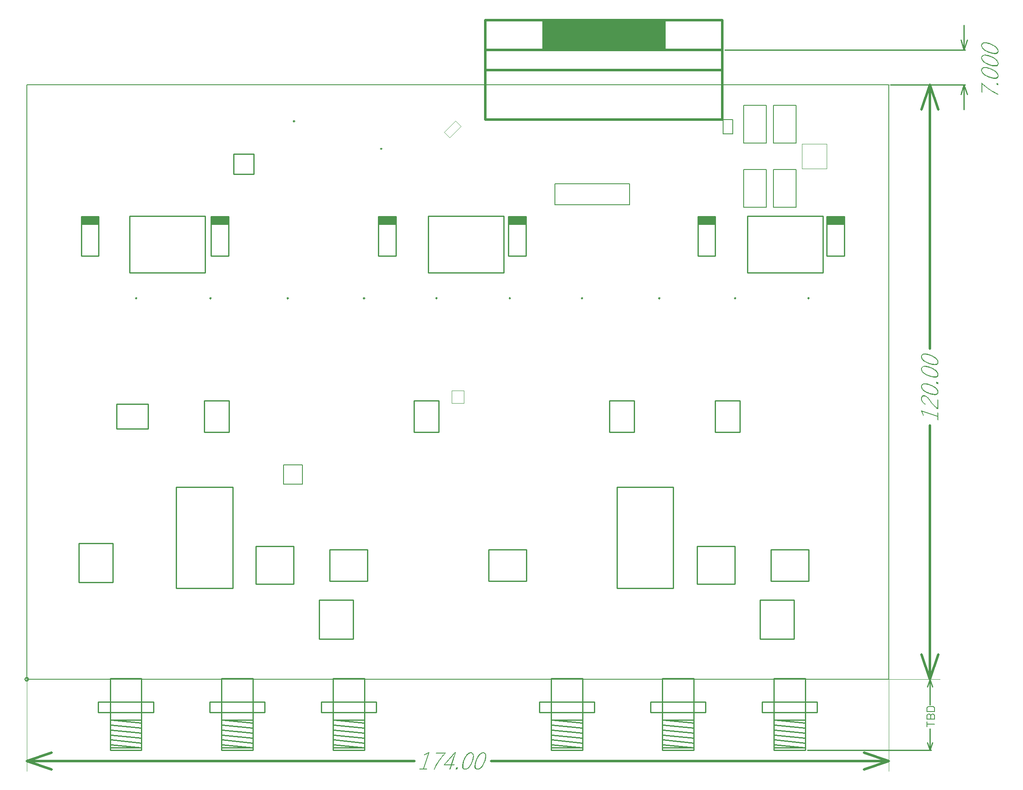
<source format=gm1>
G04*
G04 #@! TF.GenerationSoftware,Altium Limited,Altium Designer,19.1.8 (144)*
G04*
G04 Layer_Color=16711935*
%FSLAX44Y44*%
%MOMM*%
G71*
G01*
G75*
%ADD10C,0.2000*%
%ADD11C,0.2540*%
%ADD12C,0.2500*%
%ADD14C,0.5000*%
%ADD104C,0.1000*%
%ADD118C,0.5080*%
%ADD119C,0.1524*%
%ADD120R,25.0000X6.0000*%
%ADD121R,3.5000X1.6600*%
G36*
X1065995Y754971D02*
X1067106Y754860D01*
X1068273Y754693D01*
X1069551Y754416D01*
X1070939Y754082D01*
X1072439Y753638D01*
X1073995Y753138D01*
X1074106Y753082D01*
X1074383Y752971D01*
X1074883Y752805D01*
X1075550Y752582D01*
X1076328Y752249D01*
X1077216Y751860D01*
X1078216Y751471D01*
X1079272Y750972D01*
X1081549Y749861D01*
X1083883Y748527D01*
X1084994Y747805D01*
X1086049Y747083D01*
X1087049Y746305D01*
X1087938Y745472D01*
X1087993Y745416D01*
X1088104Y745305D01*
X1088271Y745083D01*
X1088493Y744806D01*
X1088826Y744472D01*
X1089104Y744028D01*
X1089437Y743583D01*
X1089771Y743028D01*
X1090493Y741861D01*
X1091048Y740473D01*
X1091326Y739695D01*
X1091493Y738973D01*
X1091604Y738195D01*
X1091659Y737362D01*
Y737140D01*
X1091604Y736917D01*
Y736584D01*
X1091493Y736195D01*
X1091382Y735751D01*
X1091271Y735251D01*
X1091048Y734751D01*
X1090771Y734251D01*
X1090493Y733751D01*
X1090104Y733251D01*
X1089604Y732807D01*
X1089049Y732362D01*
X1088438Y732029D01*
X1087660Y731751D01*
X1086827Y731529D01*
X1086771D01*
X1086604Y731473D01*
X1086382D01*
X1085993Y731418D01*
X1085549D01*
X1084994D01*
X1084327D01*
X1083549Y731473D01*
X1082716Y731529D01*
X1081772Y731640D01*
X1080716Y731807D01*
X1079605Y732029D01*
X1078327Y732307D01*
X1077050Y732640D01*
X1075605Y733029D01*
X1074106Y733529D01*
X1073995Y733584D01*
X1073717Y733696D01*
X1073217Y733862D01*
X1072550Y734084D01*
X1071773Y734418D01*
X1070884Y734807D01*
X1069939Y735195D01*
X1068884Y735695D01*
X1066607Y736806D01*
X1064329Y738139D01*
X1063218Y738862D01*
X1062162Y739639D01*
X1061218Y740417D01*
X1060329Y741250D01*
X1060274Y741306D01*
X1060163Y741417D01*
X1059996Y741639D01*
X1059774Y741917D01*
X1059496Y742250D01*
X1059163Y742639D01*
X1058885Y743139D01*
X1058496Y743639D01*
X1057885Y744861D01*
X1057274Y746194D01*
X1057052Y746972D01*
X1056885Y747694D01*
X1056774Y748527D01*
X1056719Y749305D01*
Y749416D01*
X1056774Y749694D01*
X1056830Y750138D01*
X1056996Y750749D01*
X1057219Y751360D01*
X1057607Y752083D01*
X1058163Y752749D01*
X1058885Y753416D01*
X1059330Y753749D01*
X1059774Y754027D01*
X1060329Y754305D01*
X1060940Y754527D01*
X1061607Y754693D01*
X1062329Y754860D01*
X1063107Y754971D01*
X1063996Y755027D01*
X1064940D01*
X1065995Y754971D01*
D02*
G37*
G36*
Y729974D02*
X1067106Y729863D01*
X1068273Y729696D01*
X1069551Y729418D01*
X1070939Y729085D01*
X1072439Y728641D01*
X1073995Y728140D01*
X1074106Y728085D01*
X1074383Y727974D01*
X1074883Y727807D01*
X1075550Y727585D01*
X1076328Y727252D01*
X1077216Y726863D01*
X1078216Y726474D01*
X1079272Y725974D01*
X1081549Y724863D01*
X1083883Y723530D01*
X1084994Y722808D01*
X1086049Y722086D01*
X1087049Y721308D01*
X1087938Y720475D01*
X1087993Y720419D01*
X1088104Y720308D01*
X1088271Y720086D01*
X1088493Y719808D01*
X1088826Y719475D01*
X1089104Y719030D01*
X1089437Y718586D01*
X1089771Y718030D01*
X1090493Y716864D01*
X1091048Y715475D01*
X1091326Y714697D01*
X1091493Y713975D01*
X1091604Y713198D01*
X1091659Y712364D01*
Y712142D01*
X1091604Y711920D01*
Y711587D01*
X1091493Y711198D01*
X1091382Y710753D01*
X1091271Y710254D01*
X1091048Y709753D01*
X1090771Y709254D01*
X1090493Y708754D01*
X1090104Y708254D01*
X1089604Y707809D01*
X1089049Y707365D01*
X1088438Y707032D01*
X1087660Y706754D01*
X1086827Y706532D01*
X1086771D01*
X1086604Y706476D01*
X1086382D01*
X1085993Y706421D01*
X1085549D01*
X1084994D01*
X1084327D01*
X1083549Y706476D01*
X1082716Y706532D01*
X1081772Y706643D01*
X1080716Y706809D01*
X1079605Y707032D01*
X1078327Y707309D01*
X1077050Y707643D01*
X1075605Y708031D01*
X1074106Y708531D01*
X1073995Y708587D01*
X1073717Y708698D01*
X1073217Y708865D01*
X1072550Y709087D01*
X1071773Y709420D01*
X1070884Y709809D01*
X1069939Y710198D01*
X1068884Y710698D01*
X1066607Y711809D01*
X1064329Y713142D01*
X1063218Y713864D01*
X1062162Y714642D01*
X1061218Y715420D01*
X1060329Y716253D01*
X1060274Y716308D01*
X1060163Y716420D01*
X1059996Y716642D01*
X1059774Y716919D01*
X1059496Y717253D01*
X1059163Y717642D01*
X1058885Y718142D01*
X1058496Y718642D01*
X1057885Y719864D01*
X1057274Y721197D01*
X1057052Y721974D01*
X1056885Y722697D01*
X1056774Y723530D01*
X1056719Y724308D01*
Y724419D01*
X1056774Y724696D01*
X1056830Y725141D01*
X1056996Y725752D01*
X1057219Y726363D01*
X1057607Y727085D01*
X1058163Y727752D01*
X1058885Y728418D01*
X1059330Y728752D01*
X1059774Y729029D01*
X1060329Y729307D01*
X1060940Y729529D01*
X1061607Y729696D01*
X1062329Y729863D01*
X1063107Y729974D01*
X1063996Y730029D01*
X1064940D01*
X1065995Y729974D01*
D02*
G37*
G36*
Y704976D02*
X1067106Y704865D01*
X1068273Y704698D01*
X1069551Y704421D01*
X1070939Y704088D01*
X1072439Y703643D01*
X1073995Y703143D01*
X1074106Y703088D01*
X1074383Y702977D01*
X1074883Y702810D01*
X1075550Y702588D01*
X1076328Y702254D01*
X1077216Y701865D01*
X1078216Y701477D01*
X1079272Y700977D01*
X1081549Y699866D01*
X1083883Y698532D01*
X1084994Y697810D01*
X1086049Y697088D01*
X1087049Y696311D01*
X1087938Y695477D01*
X1087993Y695422D01*
X1088104Y695311D01*
X1088271Y695088D01*
X1088493Y694811D01*
X1088826Y694477D01*
X1089104Y694033D01*
X1089437Y693589D01*
X1089771Y693033D01*
X1090493Y691867D01*
X1091048Y690478D01*
X1091326Y689700D01*
X1091493Y688978D01*
X1091604Y688200D01*
X1091659Y687367D01*
Y687145D01*
X1091604Y686923D01*
Y686589D01*
X1091493Y686200D01*
X1091382Y685756D01*
X1091271Y685256D01*
X1091048Y684756D01*
X1090771Y684256D01*
X1090493Y683756D01*
X1090104Y683256D01*
X1089604Y682812D01*
X1089049Y682367D01*
X1088438Y682034D01*
X1087660Y681756D01*
X1086827Y681534D01*
X1086771D01*
X1086604Y681479D01*
X1086382D01*
X1085993Y681423D01*
X1085549D01*
X1084994D01*
X1084327D01*
X1083549Y681479D01*
X1082716Y681534D01*
X1081772Y681645D01*
X1080716Y681812D01*
X1079605Y682034D01*
X1078327Y682312D01*
X1077050Y682645D01*
X1075605Y683034D01*
X1074106Y683534D01*
X1073995Y683590D01*
X1073717Y683701D01*
X1073217Y683867D01*
X1072550Y684090D01*
X1071773Y684423D01*
X1070884Y684812D01*
X1069939Y685201D01*
X1068884Y685701D01*
X1066607Y686812D01*
X1064329Y688145D01*
X1063218Y688867D01*
X1062162Y689644D01*
X1061218Y690422D01*
X1060329Y691255D01*
X1060274Y691311D01*
X1060163Y691422D01*
X1059996Y691644D01*
X1059774Y691922D01*
X1059496Y692255D01*
X1059163Y692644D01*
X1058885Y693144D01*
X1058496Y693644D01*
X1057885Y694866D01*
X1057274Y696199D01*
X1057052Y696977D01*
X1056885Y697699D01*
X1056774Y698532D01*
X1056719Y699310D01*
Y699421D01*
X1056774Y699699D01*
X1056830Y700143D01*
X1056996Y700754D01*
X1057219Y701366D01*
X1057607Y702088D01*
X1058163Y702754D01*
X1058885Y703421D01*
X1059330Y703754D01*
X1059774Y704032D01*
X1060329Y704310D01*
X1060940Y704532D01*
X1061607Y704698D01*
X1062329Y704865D01*
X1063107Y704976D01*
X1063996Y705032D01*
X1064940D01*
X1065995Y704976D01*
D02*
G37*
G36*
X1091048Y671646D02*
Y668202D01*
X1087382Y669424D01*
Y672924D01*
X1091048Y671646D01*
D02*
G37*
G36*
X1058774Y672702D02*
X1058885Y672591D01*
X1059163Y672368D01*
X1059552Y671980D01*
X1060163Y671424D01*
X1060885Y670758D01*
X1061774Y669980D01*
X1062718Y669147D01*
X1063829Y668202D01*
X1064995Y667202D01*
X1066273Y666202D01*
X1067606Y665091D01*
X1068995Y664036D01*
X1071884Y661870D01*
X1073384Y660814D01*
X1074883Y659814D01*
X1074939Y659759D01*
X1075217Y659592D01*
X1075605Y659370D01*
X1076161Y659037D01*
X1076828Y658592D01*
X1077661Y658092D01*
X1078550Y657592D01*
X1079605Y656981D01*
X1080772Y656315D01*
X1081994Y655648D01*
X1083327Y654926D01*
X1084771Y654148D01*
X1086216Y653426D01*
X1087771Y652648D01*
X1089382Y651871D01*
X1091048Y651149D01*
Y649093D01*
X1090993D01*
X1090937Y649149D01*
X1090604Y649315D01*
X1090049Y649538D01*
X1089326Y649871D01*
X1088493Y650315D01*
X1087438Y650815D01*
X1086271Y651371D01*
X1084994Y652037D01*
X1083660Y652759D01*
X1082216Y653537D01*
X1080716Y654370D01*
X1079161Y655259D01*
X1076050Y657148D01*
X1072939Y659148D01*
X1072884Y659203D01*
X1072606Y659370D01*
X1072273Y659648D01*
X1071773Y659981D01*
X1071162Y660481D01*
X1070439Y661036D01*
X1069606Y661647D01*
X1068662Y662370D01*
X1067662Y663203D01*
X1066551Y664036D01*
X1065384Y664980D01*
X1064218Y666036D01*
X1062940Y667091D01*
X1061663Y668202D01*
X1058996Y670647D01*
Y653537D01*
X1057330Y654093D01*
Y673202D01*
X1058774Y672702D01*
D02*
G37*
G36*
X944584Y127037D02*
X945695Y126926D01*
X946862Y126760D01*
X948139Y126482D01*
X949528Y126149D01*
X951028Y125704D01*
X952583Y125204D01*
X952695Y125149D01*
X952972Y125037D01*
X953472Y124871D01*
X954139Y124649D01*
X954917Y124315D01*
X955805Y123926D01*
X956805Y123538D01*
X957861Y123038D01*
X960138Y121927D01*
X962471Y120594D01*
X963582Y119871D01*
X964638Y119149D01*
X965638Y118371D01*
X966526Y117538D01*
X966582Y117483D01*
X966693Y117372D01*
X966860Y117149D01*
X967082Y116872D01*
X967415Y116538D01*
X967693Y116094D01*
X968026Y115650D01*
X968360Y115094D01*
X969082Y113927D01*
X969637Y112539D01*
X969915Y111761D01*
X970082Y111039D01*
X970193Y110261D01*
X970248Y109428D01*
Y109206D01*
X970193Y108984D01*
Y108650D01*
X970082Y108261D01*
X969971Y107817D01*
X969859Y107317D01*
X969637Y106817D01*
X969360Y106317D01*
X969082Y105817D01*
X968693Y105317D01*
X968193Y104873D01*
X967637Y104429D01*
X967026Y104095D01*
X966249Y103818D01*
X965415Y103595D01*
X965360D01*
X965193Y103540D01*
X964971D01*
X964582Y103484D01*
X964138D01*
X963582D01*
X962916D01*
X962138Y103540D01*
X961305Y103595D01*
X960360Y103706D01*
X959305Y103873D01*
X958194Y104095D01*
X956916Y104373D01*
X955639Y104706D01*
X954194Y105095D01*
X952695Y105595D01*
X952583Y105651D01*
X952306Y105762D01*
X951806Y105928D01*
X951139Y106151D01*
X950361Y106484D01*
X949473Y106873D01*
X948528Y107262D01*
X947473Y107761D01*
X945195Y108872D01*
X942918Y110206D01*
X941807Y110928D01*
X940751Y111706D01*
X939807Y112483D01*
X938918Y113316D01*
X938863Y113372D01*
X938752Y113483D01*
X938585Y113705D01*
X938363Y113983D01*
X938085Y114316D01*
X937752Y114705D01*
X937474Y115205D01*
X937085Y115705D01*
X936474Y116927D01*
X935863Y118260D01*
X935641Y119038D01*
X935474Y119760D01*
X935363Y120594D01*
X935307Y121371D01*
Y121482D01*
X935363Y121760D01*
X935419Y122205D01*
X935585Y122816D01*
X935807Y123427D01*
X936196Y124149D01*
X936752Y124815D01*
X937474Y125482D01*
X937918Y125815D01*
X938363Y126093D01*
X938918Y126371D01*
X939529Y126593D01*
X940196Y126760D01*
X940918Y126926D01*
X941696Y127037D01*
X942585Y127093D01*
X943529D01*
X944584Y127037D01*
D02*
G37*
G36*
Y102040D02*
X945695Y101929D01*
X946862Y101762D01*
X948139Y101484D01*
X949528Y101151D01*
X951028Y100707D01*
X952583Y100207D01*
X952695Y100151D01*
X952972Y100040D01*
X953472Y99873D01*
X954139Y99651D01*
X954917Y99318D01*
X955805Y98929D01*
X956805Y98540D01*
X957861Y98040D01*
X960138Y96929D01*
X962471Y95596D01*
X963582Y94874D01*
X964638Y94152D01*
X965638Y93374D01*
X966526Y92541D01*
X966582Y92485D01*
X966693Y92374D01*
X966860Y92152D01*
X967082Y91874D01*
X967415Y91541D01*
X967693Y91097D01*
X968026Y90652D01*
X968360Y90097D01*
X969082Y88930D01*
X969637Y87541D01*
X969915Y86764D01*
X970082Y86041D01*
X970193Y85264D01*
X970248Y84431D01*
Y84208D01*
X970193Y83986D01*
Y83653D01*
X970082Y83264D01*
X969971Y82820D01*
X969859Y82320D01*
X969637Y81820D01*
X969360Y81320D01*
X969082Y80820D01*
X968693Y80320D01*
X968193Y79875D01*
X967637Y79431D01*
X967026Y79098D01*
X966249Y78820D01*
X965415Y78598D01*
X965360D01*
X965193Y78542D01*
X964971D01*
X964582Y78487D01*
X964138D01*
X963582D01*
X962916D01*
X962138Y78542D01*
X961305Y78598D01*
X960360Y78709D01*
X959305Y78876D01*
X958194Y79098D01*
X956916Y79376D01*
X955639Y79709D01*
X954194Y80098D01*
X952695Y80598D01*
X952583Y80653D01*
X952306Y80764D01*
X951806Y80931D01*
X951139Y81153D01*
X950361Y81487D01*
X949473Y81875D01*
X948528Y82264D01*
X947473Y82764D01*
X945195Y83875D01*
X942918Y85208D01*
X941807Y85930D01*
X940751Y86708D01*
X939807Y87486D01*
X938918Y88319D01*
X938863Y88375D01*
X938752Y88486D01*
X938585Y88708D01*
X938363Y88986D01*
X938085Y89319D01*
X937752Y89708D01*
X937474Y90208D01*
X937085Y90708D01*
X936474Y91930D01*
X935863Y93263D01*
X935641Y94041D01*
X935474Y94763D01*
X935363Y95596D01*
X935307Y96374D01*
Y96485D01*
X935363Y96763D01*
X935419Y97207D01*
X935585Y97818D01*
X935807Y98429D01*
X936196Y99151D01*
X936752Y99818D01*
X937474Y100485D01*
X937918Y100818D01*
X938363Y101096D01*
X938918Y101373D01*
X939529Y101595D01*
X940196Y101762D01*
X940918Y101929D01*
X941696Y102040D01*
X942585Y102095D01*
X943529D01*
X944584Y102040D01*
D02*
G37*
G36*
X969637Y68710D02*
Y65266D01*
X965971Y66488D01*
Y69988D01*
X969637Y68710D01*
D02*
G37*
G36*
X944584Y66766D02*
X945695Y66655D01*
X946862Y66488D01*
X948139Y66210D01*
X949528Y65877D01*
X951028Y65433D01*
X952583Y64933D01*
X952695Y64877D01*
X952972Y64766D01*
X953472Y64599D01*
X954139Y64377D01*
X954917Y64044D01*
X955805Y63655D01*
X956805Y63266D01*
X957861Y62766D01*
X960138Y61655D01*
X962471Y60322D01*
X963582Y59600D01*
X964638Y58878D01*
X965638Y58100D01*
X966526Y57267D01*
X966582Y57211D01*
X966693Y57100D01*
X966860Y56878D01*
X967082Y56600D01*
X967415Y56267D01*
X967693Y55822D01*
X968026Y55378D01*
X968360Y54823D01*
X969082Y53656D01*
X969637Y52267D01*
X969915Y51490D01*
X970082Y50767D01*
X970193Y49990D01*
X970248Y49156D01*
Y48934D01*
X970193Y48712D01*
Y48379D01*
X970082Y47990D01*
X969971Y47545D01*
X969859Y47046D01*
X969637Y46546D01*
X969360Y46046D01*
X969082Y45546D01*
X968693Y45046D01*
X968193Y44601D01*
X967637Y44157D01*
X967026Y43824D01*
X966249Y43546D01*
X965415Y43324D01*
X965360D01*
X965193Y43268D01*
X964971D01*
X964582Y43213D01*
X964138D01*
X963582D01*
X962916D01*
X962138Y43268D01*
X961305Y43324D01*
X960360Y43435D01*
X959305Y43601D01*
X958194Y43824D01*
X956916Y44101D01*
X955639Y44435D01*
X954194Y44824D01*
X952695Y45324D01*
X952583Y45379D01*
X952306Y45490D01*
X951806Y45657D01*
X951139Y45879D01*
X950361Y46212D01*
X949473Y46601D01*
X948528Y46990D01*
X947473Y47490D01*
X945195Y48601D01*
X942918Y49934D01*
X941807Y50656D01*
X940751Y51434D01*
X939807Y52212D01*
X938918Y53045D01*
X938863Y53101D01*
X938752Y53212D01*
X938585Y53434D01*
X938363Y53712D01*
X938085Y54045D01*
X937752Y54434D01*
X937474Y54934D01*
X937085Y55434D01*
X936474Y56656D01*
X935863Y57989D01*
X935641Y58767D01*
X935474Y59489D01*
X935363Y60322D01*
X935307Y61100D01*
Y61211D01*
X935363Y61488D01*
X935419Y61933D01*
X935585Y62544D01*
X935807Y63155D01*
X936196Y63877D01*
X936752Y64544D01*
X937474Y65210D01*
X937918Y65544D01*
X938363Y65821D01*
X938918Y66099D01*
X939529Y66321D01*
X940196Y66488D01*
X940918Y66655D01*
X941696Y66766D01*
X942585Y66821D01*
X943529D01*
X944584Y66766D01*
D02*
G37*
G36*
X942473Y42602D02*
X943084Y42491D01*
X943751Y42268D01*
X943807D01*
X943862Y42213D01*
X944029Y42157D01*
X944251Y42102D01*
X944807Y41824D01*
X945584Y41435D01*
X946417Y40991D01*
X947362Y40380D01*
X948306Y39657D01*
X949250Y38769D01*
X949362Y38658D01*
X949473Y38547D01*
X949639Y38324D01*
X949917Y38047D01*
X950139Y37769D01*
X950473Y37380D01*
X950861Y36936D01*
X951250Y36436D01*
X951695Y35880D01*
X952195Y35213D01*
X952750Y34547D01*
X953306Y33769D01*
X953917Y32936D01*
X954583Y32047D01*
X955250Y31047D01*
X955305Y30936D01*
X955528Y30658D01*
X955861Y30214D01*
X956305Y29603D01*
X956861Y28825D01*
X957527Y27992D01*
X958305Y26992D01*
X959138Y25992D01*
X960083Y24881D01*
X961083Y23715D01*
X962138Y22548D01*
X963194Y21382D01*
X965527Y19104D01*
X966749Y18049D01*
X967971Y17049D01*
Y34047D01*
X969637Y33491D01*
Y14660D01*
X968137Y15160D01*
X968026Y15216D01*
X967804Y15438D01*
X967415Y15716D01*
X966860Y16160D01*
X966193Y16715D01*
X965415Y17382D01*
X964527Y18215D01*
X963582Y19104D01*
X962527Y20159D01*
X961360Y21270D01*
X960194Y22548D01*
X958972Y23881D01*
X957694Y25381D01*
X956416Y26937D01*
X955139Y28659D01*
X953861Y30436D01*
X953806Y30492D01*
X953695Y30658D01*
X953528Y30936D01*
X953250Y31269D01*
X952917Y31714D01*
X952583Y32214D01*
X951750Y33325D01*
X950806Y34547D01*
X949806Y35769D01*
X948806Y36880D01*
X948362Y37324D01*
X947917Y37769D01*
X947806Y37824D01*
X947584Y38047D01*
X947195Y38380D01*
X946695Y38713D01*
X946084Y39158D01*
X945362Y39546D01*
X944584Y39935D01*
X943751Y40269D01*
X943696D01*
X943584Y40324D01*
X943418Y40380D01*
X943195Y40435D01*
X942585Y40546D01*
X941862Y40657D01*
X941029Y40713D01*
X940140Y40602D01*
X939307Y40324D01*
X938918Y40157D01*
X938585Y39880D01*
X938529Y39824D01*
X938307Y39657D01*
X938085Y39324D01*
X937752Y38880D01*
X937474Y38324D01*
X937196Y37602D01*
X937029Y36769D01*
X936974Y35769D01*
Y35491D01*
X937029Y35158D01*
X937085Y34713D01*
X937196Y34214D01*
X937363Y33547D01*
X937641Y32880D01*
X937918Y32103D01*
X938363Y31269D01*
X938863Y30436D01*
X939474Y29603D01*
X940196Y28714D01*
X941085Y27825D01*
X942085Y26937D01*
X943307Y26103D01*
X944640Y25270D01*
X944029Y23715D01*
X943973Y23770D01*
X943807Y23826D01*
X943584Y23992D01*
X943307Y24215D01*
X942918Y24437D01*
X942473Y24770D01*
X941473Y25492D01*
X940362Y26381D01*
X939251Y27492D01*
X938196Y28659D01*
X937252Y29936D01*
Y29992D01*
X937141Y30103D01*
X937085Y30269D01*
X936918Y30492D01*
X936807Y30770D01*
X936641Y31103D01*
X936252Y31881D01*
X935919Y32880D01*
X935585Y33936D01*
X935363Y35158D01*
X935307Y36380D01*
Y36769D01*
X935363Y37047D01*
Y37380D01*
X935419Y37769D01*
X935641Y38602D01*
X935919Y39546D01*
X936363Y40491D01*
X937029Y41324D01*
X937418Y41713D01*
X937863Y42046D01*
X937974Y42102D01*
X938307Y42268D01*
X938807Y42435D01*
X939474Y42602D01*
X940307Y42713D01*
X941307Y42768D01*
X942473Y42602D01*
D02*
G37*
G36*
X967971Y1439D02*
Y7772D01*
X969637Y7161D01*
Y-7893D01*
X967971Y-7338D01*
Y-505D01*
X937530Y9883D01*
Y9827D01*
X937585Y9772D01*
X937696Y9549D01*
X937807Y9327D01*
X937974Y9050D01*
X938196Y8661D01*
X938418Y8216D01*
X938641Y7716D01*
X938918Y7161D01*
X939196Y6494D01*
X939474Y5828D01*
X939807Y5050D01*
X940140Y4217D01*
X940474Y3383D01*
X940807Y2439D01*
X941196Y1439D01*
X939418Y1661D01*
Y1717D01*
X939363Y1884D01*
X939251Y2106D01*
X939140Y2439D01*
X939029Y2883D01*
X938807Y3383D01*
X938641Y3939D01*
X938363Y4550D01*
X938085Y5217D01*
X937807Y5939D01*
X937085Y7550D01*
X936252Y9272D01*
X935307Y11049D01*
Y12549D01*
X967971Y1439D01*
D02*
G37*
G36*
X-890Y-712037D02*
X-4334D01*
X-3112Y-708371D01*
X388D01*
X-890Y-712037D01*
D02*
G37*
G36*
X-11611Y-702094D02*
X-6389D01*
X-6945Y-703705D01*
X-12166D01*
X-15000Y-712037D01*
X-16777D01*
X-13944Y-703705D01*
X-28109D01*
X-27609Y-702205D01*
X-6000Y-677708D01*
X-3334D01*
X-11611Y-702094D01*
D02*
G37*
G36*
X-24832Y-679763D02*
X-24943Y-679874D01*
X-25165Y-680152D01*
X-25554Y-680541D01*
X-26109Y-681152D01*
X-26776Y-681874D01*
X-27554Y-682763D01*
X-28387Y-683707D01*
X-29331Y-684818D01*
X-30331Y-685984D01*
X-31331Y-687262D01*
X-32442Y-688595D01*
X-33498Y-689984D01*
X-35664Y-692873D01*
X-36720Y-694372D01*
X-37719Y-695872D01*
X-37775Y-695928D01*
X-37942Y-696206D01*
X-38164Y-696594D01*
X-38497Y-697150D01*
X-38942Y-697817D01*
X-39441Y-698650D01*
X-39941Y-699539D01*
X-40552Y-700594D01*
X-41219Y-701761D01*
X-41886Y-702983D01*
X-42608Y-704316D01*
X-43385Y-705760D01*
X-44108Y-707205D01*
X-44885Y-708760D01*
X-45663Y-710371D01*
X-46385Y-712037D01*
X-48440D01*
Y-711982D01*
X-48385Y-711926D01*
X-48218Y-711593D01*
X-47996Y-711037D01*
X-47663Y-710315D01*
X-47218Y-709482D01*
X-46718Y-708427D01*
X-46163Y-707260D01*
X-45496Y-705982D01*
X-44774Y-704649D01*
X-43997Y-703205D01*
X-43163Y-701705D01*
X-42274Y-700150D01*
X-40386Y-697039D01*
X-38386Y-693928D01*
X-38330Y-693873D01*
X-38164Y-693595D01*
X-37886Y-693261D01*
X-37553Y-692762D01*
X-37053Y-692150D01*
X-36497Y-691428D01*
X-35886Y-690595D01*
X-35164Y-689651D01*
X-34331Y-688651D01*
X-33498Y-687540D01*
X-32553Y-686373D01*
X-31498Y-685207D01*
X-30442Y-683929D01*
X-29331Y-682652D01*
X-26887Y-679985D01*
X-43997D01*
X-43441Y-678319D01*
X-24332D01*
X-24832Y-679763D01*
D02*
G37*
G36*
X-68161Y-710371D02*
X-61828D01*
X-62439Y-712037D01*
X-77493D01*
X-76937Y-710371D01*
X-70105D01*
X-59717Y-679930D01*
X-59773D01*
X-59828Y-679985D01*
X-60050Y-680096D01*
X-60273Y-680207D01*
X-60550Y-680374D01*
X-60939Y-680596D01*
X-61384Y-680818D01*
X-61884Y-681040D01*
X-62439Y-681318D01*
X-63106Y-681596D01*
X-63772Y-681874D01*
X-64550Y-682207D01*
X-65383Y-682540D01*
X-66216Y-682874D01*
X-67161Y-683207D01*
X-68161Y-683596D01*
X-67938Y-681818D01*
X-67883D01*
X-67716Y-681763D01*
X-67494Y-681652D01*
X-67161Y-681541D01*
X-66716Y-681429D01*
X-66216Y-681207D01*
X-65661Y-681040D01*
X-65050Y-680763D01*
X-64383Y-680485D01*
X-63661Y-680207D01*
X-62050Y-679485D01*
X-60328Y-678652D01*
X-58551Y-677708D01*
X-57051D01*
X-68161Y-710371D01*
D02*
G37*
G36*
X52160Y-677763D02*
X52605Y-677819D01*
X53216Y-677985D01*
X53827Y-678207D01*
X54549Y-678596D01*
X55216Y-679152D01*
X55882Y-679874D01*
X56215Y-680318D01*
X56493Y-680763D01*
X56771Y-681318D01*
X56993Y-681929D01*
X57160Y-682596D01*
X57326Y-683318D01*
X57438Y-684096D01*
X57493Y-684985D01*
Y-685929D01*
X57438Y-686984D01*
X57326Y-688095D01*
X57160Y-689262D01*
X56882Y-690539D01*
X56549Y-691928D01*
X56104Y-693428D01*
X55604Y-694984D01*
X55549Y-695095D01*
X55438Y-695372D01*
X55271Y-695872D01*
X55049Y-696539D01*
X54715Y-697317D01*
X54327Y-698205D01*
X53938Y-699205D01*
X53438Y-700261D01*
X52327Y-702538D01*
X50994Y-704871D01*
X50272Y-705982D01*
X49549Y-707038D01*
X48772Y-708038D01*
X47938Y-708926D01*
X47883Y-708982D01*
X47772Y-709093D01*
X47550Y-709260D01*
X47272Y-709482D01*
X46939Y-709815D01*
X46494Y-710093D01*
X46050Y-710426D01*
X45494Y-710760D01*
X44328Y-711482D01*
X42939Y-712037D01*
X42161Y-712315D01*
X41439Y-712482D01*
X40661Y-712593D01*
X39828Y-712648D01*
X39606D01*
X39384Y-712593D01*
X39051D01*
X38662Y-712482D01*
X38217Y-712371D01*
X37717Y-712260D01*
X37217Y-712037D01*
X36717Y-711760D01*
X36217Y-711482D01*
X35717Y-711093D01*
X35273Y-710593D01*
X34829Y-710038D01*
X34495Y-709426D01*
X34218Y-708649D01*
X33995Y-707815D01*
Y-707760D01*
X33940Y-707593D01*
Y-707371D01*
X33884Y-706982D01*
Y-706538D01*
Y-705982D01*
Y-705316D01*
X33940Y-704538D01*
X33995Y-703705D01*
X34107Y-702760D01*
X34273Y-701705D01*
X34495Y-700594D01*
X34773Y-699316D01*
X35106Y-698039D01*
X35495Y-696594D01*
X35995Y-695095D01*
X36051Y-694984D01*
X36162Y-694706D01*
X36328Y-694206D01*
X36551Y-693539D01*
X36884Y-692762D01*
X37273Y-691873D01*
X37662Y-690928D01*
X38162Y-689873D01*
X39273Y-687595D01*
X40606Y-685318D01*
X41328Y-684207D01*
X42106Y-683151D01*
X42883Y-682207D01*
X43717Y-681318D01*
X43772Y-681263D01*
X43883Y-681152D01*
X44106Y-680985D01*
X44383Y-680763D01*
X44717Y-680485D01*
X45105Y-680152D01*
X45605Y-679874D01*
X46105Y-679485D01*
X47327Y-678874D01*
X48661Y-678263D01*
X49438Y-678041D01*
X50160Y-677874D01*
X50994Y-677763D01*
X51771Y-677708D01*
X51883D01*
X52160Y-677763D01*
D02*
G37*
G36*
X27163D02*
X27607Y-677819D01*
X28218Y-677985D01*
X28829Y-678207D01*
X29551Y-678596D01*
X30218Y-679152D01*
X30885Y-679874D01*
X31218Y-680318D01*
X31496Y-680763D01*
X31773Y-681318D01*
X31996Y-681929D01*
X32162Y-682596D01*
X32329Y-683318D01*
X32440Y-684096D01*
X32496Y-684985D01*
Y-685929D01*
X32440Y-686984D01*
X32329Y-688095D01*
X32162Y-689262D01*
X31885Y-690539D01*
X31551Y-691928D01*
X31107Y-693428D01*
X30607Y-694984D01*
X30551Y-695095D01*
X30440Y-695372D01*
X30274Y-695872D01*
X30051Y-696539D01*
X29718Y-697317D01*
X29329Y-698205D01*
X28940Y-699205D01*
X28440Y-700261D01*
X27329Y-702538D01*
X25996Y-704871D01*
X25274Y-705982D01*
X24552Y-707038D01*
X23774Y-708038D01*
X22941Y-708926D01*
X22885Y-708982D01*
X22774Y-709093D01*
X22552Y-709260D01*
X22274Y-709482D01*
X21941Y-709815D01*
X21497Y-710093D01*
X21052Y-710426D01*
X20497Y-710760D01*
X19330Y-711482D01*
X17941Y-712037D01*
X17164Y-712315D01*
X16442Y-712482D01*
X15664Y-712593D01*
X14831Y-712648D01*
X14609D01*
X14386Y-712593D01*
X14053D01*
X13664Y-712482D01*
X13220Y-712371D01*
X12720Y-712260D01*
X12220Y-712037D01*
X11720Y-711760D01*
X11220Y-711482D01*
X10720Y-711093D01*
X10276Y-710593D01*
X9831Y-710038D01*
X9498Y-709426D01*
X9220Y-708649D01*
X8998Y-707815D01*
Y-707760D01*
X8942Y-707593D01*
Y-707371D01*
X8887Y-706982D01*
Y-706538D01*
Y-705982D01*
Y-705316D01*
X8942Y-704538D01*
X8998Y-703705D01*
X9109Y-702760D01*
X9276Y-701705D01*
X9498Y-700594D01*
X9776Y-699316D01*
X10109Y-698039D01*
X10498Y-696594D01*
X10998Y-695095D01*
X11053Y-694984D01*
X11164Y-694706D01*
X11331Y-694206D01*
X11553Y-693539D01*
X11887Y-692762D01*
X12276Y-691873D01*
X12664Y-690928D01*
X13164Y-689873D01*
X14275Y-687595D01*
X15609Y-685318D01*
X16331Y-684207D01*
X17108Y-683151D01*
X17886Y-682207D01*
X18719Y-681318D01*
X18775Y-681263D01*
X18886Y-681152D01*
X19108Y-680985D01*
X19386Y-680763D01*
X19719Y-680485D01*
X20108Y-680152D01*
X20608Y-679874D01*
X21108Y-679485D01*
X22330Y-678874D01*
X23663Y-678263D01*
X24441Y-678041D01*
X25163Y-677874D01*
X25996Y-677763D01*
X26774Y-677708D01*
X26885D01*
X27163Y-677763D01*
D02*
G37*
%LPC*%
G36*
X1064107Y753305D02*
X1063162D01*
X1062329Y753249D01*
X1061551Y753138D01*
X1061496D01*
X1061440Y753082D01*
X1061274Y753027D01*
X1061051Y752971D01*
X1060552Y752693D01*
X1059940Y752305D01*
X1059385Y751694D01*
X1058885Y750916D01*
X1058663Y750471D01*
X1058496Y749972D01*
X1058441Y749361D01*
X1058385Y748749D01*
Y748638D01*
X1058441Y748416D01*
X1058496Y747972D01*
X1058607Y747416D01*
X1058885Y746750D01*
X1059218Y745972D01*
X1059663Y745083D01*
X1060329Y744139D01*
X1061163Y743139D01*
X1061663Y742583D01*
X1062218Y742084D01*
X1062774Y741528D01*
X1063440Y740973D01*
X1064162Y740417D01*
X1064995Y739862D01*
X1065829Y739306D01*
X1066773Y738751D01*
X1067773Y738195D01*
X1068829Y737639D01*
X1069995Y737140D01*
X1071273Y736584D01*
X1072550Y736084D01*
X1073995Y735584D01*
X1074050D01*
X1074161Y735529D01*
X1074383Y735473D01*
X1074661Y735362D01*
X1075050Y735251D01*
X1075494Y735140D01*
X1075939Y734973D01*
X1076494Y734862D01*
X1077716Y734584D01*
X1079050Y734251D01*
X1080494Y734029D01*
X1081994Y733862D01*
X1083494Y733751D01*
X1084938D01*
X1086271Y733918D01*
X1087493Y734251D01*
X1088049Y734529D01*
X1088493Y734807D01*
X1088938Y735195D01*
X1089326Y735584D01*
X1089604Y736084D01*
X1089826Y736584D01*
X1089937Y737251D01*
X1089993Y737917D01*
Y738028D01*
X1089937Y738251D01*
X1089882Y738695D01*
X1089715Y739195D01*
X1089493Y739862D01*
X1089160Y740639D01*
X1088660Y741528D01*
X1087993Y742472D01*
X1087160Y743528D01*
X1086660Y744028D01*
X1086105Y744583D01*
X1085493Y745083D01*
X1084827Y745639D01*
X1084049Y746194D01*
X1083271Y746805D01*
X1082383Y747361D01*
X1081438Y747916D01*
X1080438Y748472D01*
X1079327Y749027D01*
X1078105Y749583D01*
X1076828Y750083D01*
X1075494Y750638D01*
X1074050Y751138D01*
X1073939Y751194D01*
X1073661Y751249D01*
X1073217Y751416D01*
X1072606Y751582D01*
X1071884Y751805D01*
X1071106Y752027D01*
X1070162Y752249D01*
X1069217Y752471D01*
X1067162Y752916D01*
X1065107Y753249D01*
X1064107Y753305D01*
D02*
G37*
G36*
Y728307D02*
X1063162D01*
X1062329Y728252D01*
X1061551Y728140D01*
X1061496D01*
X1061440Y728085D01*
X1061274Y728029D01*
X1061051Y727974D01*
X1060552Y727696D01*
X1059940Y727307D01*
X1059385Y726696D01*
X1058885Y725919D01*
X1058663Y725474D01*
X1058496Y724974D01*
X1058441Y724363D01*
X1058385Y723752D01*
Y723641D01*
X1058441Y723419D01*
X1058496Y722974D01*
X1058607Y722419D01*
X1058885Y721752D01*
X1059218Y720975D01*
X1059663Y720086D01*
X1060329Y719141D01*
X1061163Y718142D01*
X1061663Y717586D01*
X1062218Y717086D01*
X1062774Y716531D01*
X1063440Y715975D01*
X1064162Y715420D01*
X1064995Y714864D01*
X1065829Y714309D01*
X1066773Y713753D01*
X1067773Y713198D01*
X1068829Y712642D01*
X1069995Y712142D01*
X1071273Y711587D01*
X1072550Y711087D01*
X1073995Y710587D01*
X1074050D01*
X1074161Y710531D01*
X1074383Y710476D01*
X1074661Y710365D01*
X1075050Y710254D01*
X1075494Y710142D01*
X1075939Y709976D01*
X1076494Y709865D01*
X1077716Y709587D01*
X1079050Y709254D01*
X1080494Y709031D01*
X1081994Y708865D01*
X1083494Y708754D01*
X1084938D01*
X1086271Y708920D01*
X1087493Y709254D01*
X1088049Y709531D01*
X1088493Y709809D01*
X1088938Y710198D01*
X1089326Y710587D01*
X1089604Y711087D01*
X1089826Y711587D01*
X1089937Y712253D01*
X1089993Y712920D01*
Y713031D01*
X1089937Y713253D01*
X1089882Y713698D01*
X1089715Y714197D01*
X1089493Y714864D01*
X1089160Y715642D01*
X1088660Y716531D01*
X1087993Y717475D01*
X1087160Y718530D01*
X1086660Y719030D01*
X1086105Y719586D01*
X1085493Y720086D01*
X1084827Y720641D01*
X1084049Y721197D01*
X1083271Y721808D01*
X1082383Y722363D01*
X1081438Y722919D01*
X1080438Y723474D01*
X1079327Y724030D01*
X1078105Y724585D01*
X1076828Y725085D01*
X1075494Y725641D01*
X1074050Y726141D01*
X1073939Y726196D01*
X1073661Y726252D01*
X1073217Y726419D01*
X1072606Y726585D01*
X1071884Y726807D01*
X1071106Y727029D01*
X1070162Y727252D01*
X1069217Y727474D01*
X1067162Y727918D01*
X1065107Y728252D01*
X1064107Y728307D01*
D02*
G37*
G36*
Y703310D02*
X1063162D01*
X1062329Y703254D01*
X1061551Y703143D01*
X1061496D01*
X1061440Y703088D01*
X1061274Y703032D01*
X1061051Y702977D01*
X1060552Y702699D01*
X1059940Y702310D01*
X1059385Y701699D01*
X1058885Y700921D01*
X1058663Y700477D01*
X1058496Y699977D01*
X1058441Y699366D01*
X1058385Y698755D01*
Y698644D01*
X1058441Y698421D01*
X1058496Y697977D01*
X1058607Y697421D01*
X1058885Y696755D01*
X1059218Y695977D01*
X1059663Y695088D01*
X1060329Y694144D01*
X1061163Y693144D01*
X1061663Y692589D01*
X1062218Y692089D01*
X1062774Y691533D01*
X1063440Y690978D01*
X1064162Y690422D01*
X1064995Y689867D01*
X1065829Y689311D01*
X1066773Y688756D01*
X1067773Y688200D01*
X1068829Y687645D01*
X1069995Y687145D01*
X1071273Y686589D01*
X1072550Y686089D01*
X1073995Y685589D01*
X1074050D01*
X1074161Y685534D01*
X1074383Y685478D01*
X1074661Y685367D01*
X1075050Y685256D01*
X1075494Y685145D01*
X1075939Y684978D01*
X1076494Y684867D01*
X1077716Y684589D01*
X1079050Y684256D01*
X1080494Y684034D01*
X1081994Y683867D01*
X1083494Y683756D01*
X1084938D01*
X1086271Y683923D01*
X1087493Y684256D01*
X1088049Y684534D01*
X1088493Y684812D01*
X1088938Y685201D01*
X1089326Y685589D01*
X1089604Y686089D01*
X1089826Y686589D01*
X1089937Y687256D01*
X1089993Y687923D01*
Y688034D01*
X1089937Y688256D01*
X1089882Y688700D01*
X1089715Y689200D01*
X1089493Y689867D01*
X1089160Y690644D01*
X1088660Y691533D01*
X1087993Y692478D01*
X1087160Y693533D01*
X1086660Y694033D01*
X1086105Y694588D01*
X1085493Y695088D01*
X1084827Y695644D01*
X1084049Y696199D01*
X1083271Y696810D01*
X1082383Y697366D01*
X1081438Y697921D01*
X1080438Y698477D01*
X1079327Y699032D01*
X1078105Y699588D01*
X1076828Y700088D01*
X1075494Y700643D01*
X1074050Y701143D01*
X1073939Y701199D01*
X1073661Y701254D01*
X1073217Y701421D01*
X1072606Y701588D01*
X1071884Y701810D01*
X1071106Y702032D01*
X1070162Y702254D01*
X1069217Y702477D01*
X1067162Y702921D01*
X1065107Y703254D01*
X1064107Y703310D01*
D02*
G37*
G36*
X942696Y125371D02*
X941751D01*
X940918Y125315D01*
X940140Y125204D01*
X940085D01*
X940029Y125149D01*
X939863Y125093D01*
X939640Y125037D01*
X939140Y124760D01*
X938529Y124371D01*
X937974Y123760D01*
X937474Y122982D01*
X937252Y122538D01*
X937085Y122038D01*
X937029Y121427D01*
X936974Y120816D01*
Y120705D01*
X937029Y120482D01*
X937085Y120038D01*
X937196Y119482D01*
X937474Y118816D01*
X937807Y118038D01*
X938252Y117149D01*
X938918Y116205D01*
X939752Y115205D01*
X940251Y114650D01*
X940807Y114150D01*
X941362Y113594D01*
X942029Y113039D01*
X942751Y112483D01*
X943584Y111928D01*
X944418Y111372D01*
X945362Y110817D01*
X946362Y110261D01*
X947417Y109706D01*
X948584Y109206D01*
X949862Y108650D01*
X951139Y108150D01*
X952583Y107650D01*
X952639D01*
X952750Y107595D01*
X952972Y107539D01*
X953250Y107428D01*
X953639Y107317D01*
X954083Y107206D01*
X954528Y107039D01*
X955083Y106928D01*
X956305Y106650D01*
X957638Y106317D01*
X959083Y106095D01*
X960583Y105928D01*
X962083Y105817D01*
X963527D01*
X964860Y105984D01*
X966082Y106317D01*
X966638Y106595D01*
X967082Y106873D01*
X967526Y107262D01*
X967915Y107650D01*
X968193Y108150D01*
X968415Y108650D01*
X968526Y109317D01*
X968582Y109984D01*
Y110095D01*
X968526Y110317D01*
X968471Y110761D01*
X968304Y111261D01*
X968082Y111928D01*
X967749Y112705D01*
X967249Y113594D01*
X966582Y114539D01*
X965749Y115594D01*
X965249Y116094D01*
X964693Y116650D01*
X964082Y117149D01*
X963416Y117705D01*
X962638Y118260D01*
X961860Y118871D01*
X960972Y119427D01*
X960027Y119983D01*
X959027Y120538D01*
X957916Y121094D01*
X956694Y121649D01*
X955416Y122149D01*
X954083Y122704D01*
X952639Y123204D01*
X952528Y123260D01*
X952250Y123315D01*
X951806Y123482D01*
X951195Y123649D01*
X950473Y123871D01*
X949695Y124093D01*
X948751Y124315D01*
X947806Y124537D01*
X945751Y124982D01*
X943696Y125315D01*
X942696Y125371D01*
D02*
G37*
G36*
Y100373D02*
X941751D01*
X940918Y100318D01*
X940140Y100207D01*
X940085D01*
X940029Y100151D01*
X939863Y100096D01*
X939640Y100040D01*
X939140Y99762D01*
X938529Y99374D01*
X937974Y98762D01*
X937474Y97985D01*
X937252Y97540D01*
X937085Y97040D01*
X937029Y96429D01*
X936974Y95818D01*
Y95707D01*
X937029Y95485D01*
X937085Y95041D01*
X937196Y94485D01*
X937474Y93819D01*
X937807Y93041D01*
X938252Y92152D01*
X938918Y91208D01*
X939752Y90208D01*
X940251Y89652D01*
X940807Y89152D01*
X941362Y88597D01*
X942029Y88041D01*
X942751Y87486D01*
X943584Y86930D01*
X944418Y86375D01*
X945362Y85819D01*
X946362Y85264D01*
X947417Y84708D01*
X948584Y84208D01*
X949862Y83653D01*
X951139Y83153D01*
X952583Y82653D01*
X952639D01*
X952750Y82597D01*
X952972Y82542D01*
X953250Y82431D01*
X953639Y82320D01*
X954083Y82209D01*
X954528Y82042D01*
X955083Y81931D01*
X956305Y81653D01*
X957638Y81320D01*
X959083Y81098D01*
X960583Y80931D01*
X962083Y80820D01*
X963527D01*
X964860Y80986D01*
X966082Y81320D01*
X966638Y81598D01*
X967082Y81875D01*
X967526Y82264D01*
X967915Y82653D01*
X968193Y83153D01*
X968415Y83653D01*
X968526Y84319D01*
X968582Y84986D01*
Y85097D01*
X968526Y85319D01*
X968471Y85764D01*
X968304Y86264D01*
X968082Y86930D01*
X967749Y87708D01*
X967249Y88597D01*
X966582Y89541D01*
X965749Y90597D01*
X965249Y91097D01*
X964693Y91652D01*
X964082Y92152D01*
X963416Y92708D01*
X962638Y93263D01*
X961860Y93874D01*
X960972Y94430D01*
X960027Y94985D01*
X959027Y95541D01*
X957916Y96096D01*
X956694Y96651D01*
X955416Y97151D01*
X954083Y97707D01*
X952639Y98207D01*
X952528Y98263D01*
X952250Y98318D01*
X951806Y98485D01*
X951195Y98651D01*
X950473Y98874D01*
X949695Y99096D01*
X948751Y99318D01*
X947806Y99540D01*
X945751Y99985D01*
X943696Y100318D01*
X942696Y100373D01*
D02*
G37*
G36*
Y65099D02*
X941751D01*
X940918Y65044D01*
X940140Y64933D01*
X940085D01*
X940029Y64877D01*
X939863Y64822D01*
X939640Y64766D01*
X939140Y64488D01*
X938529Y64099D01*
X937974Y63488D01*
X937474Y62711D01*
X937252Y62266D01*
X937085Y61766D01*
X937029Y61155D01*
X936974Y60544D01*
Y60433D01*
X937029Y60211D01*
X937085Y59767D01*
X937196Y59211D01*
X937474Y58544D01*
X937807Y57767D01*
X938252Y56878D01*
X938918Y55933D01*
X939752Y54934D01*
X940251Y54378D01*
X940807Y53878D01*
X941362Y53323D01*
X942029Y52767D01*
X942751Y52212D01*
X943584Y51656D01*
X944418Y51101D01*
X945362Y50545D01*
X946362Y49990D01*
X947417Y49434D01*
X948584Y48934D01*
X949862Y48379D01*
X951139Y47879D01*
X952583Y47379D01*
X952639D01*
X952750Y47323D01*
X952972Y47268D01*
X953250Y47157D01*
X953639Y47046D01*
X954083Y46934D01*
X954528Y46768D01*
X955083Y46657D01*
X956305Y46379D01*
X957638Y46046D01*
X959083Y45823D01*
X960583Y45657D01*
X962083Y45546D01*
X963527D01*
X964860Y45712D01*
X966082Y46046D01*
X966638Y46323D01*
X967082Y46601D01*
X967526Y46990D01*
X967915Y47379D01*
X968193Y47879D01*
X968415Y48379D01*
X968526Y49045D01*
X968582Y49712D01*
Y49823D01*
X968526Y50045D01*
X968471Y50490D01*
X968304Y50990D01*
X968082Y51656D01*
X967749Y52434D01*
X967249Y53323D01*
X966582Y54267D01*
X965749Y55322D01*
X965249Y55822D01*
X964693Y56378D01*
X964082Y56878D01*
X963416Y57433D01*
X962638Y57989D01*
X961860Y58600D01*
X960972Y59155D01*
X960027Y59711D01*
X959027Y60266D01*
X957916Y60822D01*
X956694Y61377D01*
X955416Y61877D01*
X954083Y62433D01*
X952639Y62933D01*
X952528Y62988D01*
X952250Y63044D01*
X951806Y63211D01*
X951195Y63377D01*
X950473Y63599D01*
X949695Y63822D01*
X948751Y64044D01*
X947806Y64266D01*
X945751Y64710D01*
X943696Y65044D01*
X942696Y65099D01*
D02*
G37*
G36*
X-5501Y-679374D02*
X-5834D01*
Y-679430D01*
X-5945Y-679485D01*
X-6056Y-679652D01*
X-6223Y-679818D01*
X-6611Y-680374D01*
X-7222Y-681096D01*
X-7889Y-681929D01*
X-8722Y-682874D01*
X-9611Y-683929D01*
X-10555Y-685040D01*
X-25610Y-702094D01*
X-13389D01*
X-7611Y-685207D01*
X-7556Y-685096D01*
X-7500Y-684874D01*
X-7334Y-684429D01*
X-7111Y-683763D01*
X-6834Y-682985D01*
X-6445Y-681985D01*
X-6000Y-680763D01*
X-5501Y-679374D01*
D02*
G37*
G36*
X51216D02*
X51105D01*
X50883Y-679430D01*
X50438Y-679485D01*
X49883Y-679596D01*
X49216Y-679874D01*
X48438Y-680207D01*
X47550Y-680652D01*
X46605Y-681318D01*
X45605Y-682151D01*
X45050Y-682652D01*
X44550Y-683207D01*
X43994Y-683763D01*
X43439Y-684429D01*
X42883Y-685151D01*
X42328Y-685984D01*
X41772Y-686818D01*
X41217Y-687762D01*
X40661Y-688762D01*
X40106Y-689817D01*
X39606Y-690984D01*
X39051Y-692262D01*
X38551Y-693539D01*
X38051Y-694984D01*
Y-695039D01*
X37995Y-695150D01*
X37940Y-695372D01*
X37828Y-695650D01*
X37717Y-696039D01*
X37606Y-696483D01*
X37439Y-696928D01*
X37328Y-697483D01*
X37051Y-698705D01*
X36717Y-700039D01*
X36495Y-701483D01*
X36328Y-702983D01*
X36217Y-704482D01*
Y-705927D01*
X36384Y-707260D01*
X36717Y-708482D01*
X36995Y-709038D01*
X37273Y-709482D01*
X37662Y-709926D01*
X38051Y-710315D01*
X38551Y-710593D01*
X39051Y-710815D01*
X39717Y-710926D01*
X40384Y-710982D01*
X40495D01*
X40717Y-710926D01*
X41161Y-710871D01*
X41661Y-710704D01*
X42328Y-710482D01*
X43106Y-710149D01*
X43994Y-709649D01*
X44939Y-708982D01*
X45994Y-708149D01*
X46494Y-707649D01*
X47050Y-707093D01*
X47550Y-706482D01*
X48105Y-705816D01*
X48661Y-705038D01*
X49272Y-704260D01*
X49827Y-703372D01*
X50383Y-702427D01*
X50938Y-701427D01*
X51494Y-700316D01*
X52049Y-699094D01*
X52549Y-697817D01*
X53105Y-696483D01*
X53604Y-695039D01*
X53660Y-694928D01*
X53716Y-694650D01*
X53882Y-694206D01*
X54049Y-693595D01*
X54271Y-692873D01*
X54493Y-692095D01*
X54715Y-691151D01*
X54938Y-690206D01*
X55382Y-688151D01*
X55715Y-686096D01*
X55771Y-685096D01*
Y-684151D01*
X55715Y-683318D01*
X55604Y-682540D01*
Y-682485D01*
X55549Y-682429D01*
X55493Y-682263D01*
X55438Y-682040D01*
X55160Y-681541D01*
X54771Y-680929D01*
X54160Y-680374D01*
X53382Y-679874D01*
X52938Y-679652D01*
X52438Y-679485D01*
X51827Y-679430D01*
X51216Y-679374D01*
D02*
G37*
G36*
X26219D02*
X26107D01*
X25885Y-679430D01*
X25441Y-679485D01*
X24885Y-679596D01*
X24219Y-679874D01*
X23441Y-680207D01*
X22552Y-680652D01*
X21608Y-681318D01*
X20608Y-682151D01*
X20052Y-682652D01*
X19553Y-683207D01*
X18997Y-683763D01*
X18441Y-684429D01*
X17886Y-685151D01*
X17330Y-685984D01*
X16775Y-686818D01*
X16220Y-687762D01*
X15664Y-688762D01*
X15108Y-689817D01*
X14609Y-690984D01*
X14053Y-692262D01*
X13553Y-693539D01*
X13053Y-694984D01*
Y-695039D01*
X12998Y-695150D01*
X12942Y-695372D01*
X12831Y-695650D01*
X12720Y-696039D01*
X12609Y-696483D01*
X12442Y-696928D01*
X12331Y-697483D01*
X12053Y-698705D01*
X11720Y-700039D01*
X11498Y-701483D01*
X11331Y-702983D01*
X11220Y-704482D01*
Y-705927D01*
X11387Y-707260D01*
X11720Y-708482D01*
X11998Y-709038D01*
X12276Y-709482D01*
X12664Y-709926D01*
X13053Y-710315D01*
X13553Y-710593D01*
X14053Y-710815D01*
X14720Y-710926D01*
X15386Y-710982D01*
X15497D01*
X15720Y-710926D01*
X16164Y-710871D01*
X16664Y-710704D01*
X17330Y-710482D01*
X18108Y-710149D01*
X18997Y-709649D01*
X19941Y-708982D01*
X20997Y-708149D01*
X21497Y-707649D01*
X22052Y-707093D01*
X22552Y-706482D01*
X23108Y-705816D01*
X23663Y-705038D01*
X24274Y-704260D01*
X24830Y-703372D01*
X25385Y-702427D01*
X25941Y-701427D01*
X26496Y-700316D01*
X27052Y-699094D01*
X27552Y-697817D01*
X28107Y-696483D01*
X28607Y-695039D01*
X28663Y-694928D01*
X28718Y-694650D01*
X28885Y-694206D01*
X29051Y-693595D01*
X29274Y-692873D01*
X29496Y-692095D01*
X29718Y-691151D01*
X29940Y-690206D01*
X30385Y-688151D01*
X30718Y-686096D01*
X30773Y-685096D01*
Y-684151D01*
X30718Y-683318D01*
X30607Y-682540D01*
Y-682485D01*
X30551Y-682429D01*
X30496Y-682263D01*
X30440Y-682040D01*
X30162Y-681541D01*
X29774Y-680929D01*
X29163Y-680374D01*
X28385Y-679874D01*
X27940Y-679652D01*
X27441Y-679485D01*
X26830Y-679430D01*
X26219Y-679374D01*
D02*
G37*
%LPD*%
D10*
X-351591Y-136426D02*
Y-97971D01*
Y-136426D02*
X-313492D01*
Y-97971D01*
X-351591D02*
X-313492D01*
X577000Y498000D02*
X623000D01*
X577000Y422000D02*
Y498000D01*
Y422000D02*
X623000D01*
Y498000D01*
X637000D02*
X683000D01*
X637000Y422000D02*
Y498000D01*
Y422000D02*
X683000D01*
Y498000D01*
X637000Y552000D02*
X683000D01*
Y628000D01*
X637000D02*
X683000D01*
X637000Y552000D02*
Y628000D01*
X577000Y552000D02*
X623000D01*
Y628000D01*
X577000D02*
X623000D01*
X577000Y552000D02*
Y628000D01*
X870000Y529600D02*
Y669600D01*
X-870000Y529600D02*
Y669600D01*
Y-530400D02*
Y529600D01*
Y669600D02*
X870000D01*
X-870000Y-530400D02*
X870000D01*
Y529600D01*
X555061Y570386D02*
Y599498D01*
X536061Y570386D02*
X555061D01*
X536061D02*
X536061Y599498D01*
X555061D01*
X346503Y427352D02*
Y469352D01*
X195756Y469352D02*
X346503Y469352D01*
X195756Y427352D02*
Y469352D01*
Y427352D02*
X346503D01*
D11*
X-866464Y-530400D02*
G03*
X-866464Y-530400I-3535J0D01*
G01*
X-59575Y289900D02*
X92825D01*
Y404200D01*
X-59575D02*
X92825D01*
X-59575Y289900D02*
Y404200D01*
X585010Y289900D02*
X737410D01*
Y404200D01*
X585010D02*
X737410D01*
X585010Y289900D02*
Y404200D01*
X-662075Y289900D02*
X-509675D01*
Y404200D01*
X-662075D02*
X-509675D01*
X-662075Y289900D02*
Y404200D01*
X-279951Y-449349D02*
Y-370649D01*
X-210852D01*
Y-449349D02*
Y-370649D01*
X-279951Y-449349D02*
X-210852D01*
X435250Y-346500D02*
Y-142500D01*
X321100Y-346500D02*
X435250Y-346500D01*
X321100Y-346500D02*
Y-142500D01*
X435250Y-142500D01*
X708100Y-331900D02*
Y-268400D01*
X631900D02*
X708100D01*
X631900Y-331900D02*
X708100D01*
X631900D02*
Y-268400D01*
X62275Y-331900D02*
Y-268400D01*
Y-331900D02*
X138475D01*
X62275Y-268400D02*
X138475D01*
Y-331900D02*
Y-268400D01*
X-258100Y-331900D02*
Y-268400D01*
Y-331900D02*
X-181900D01*
X-258100Y-268400D02*
X-181900D01*
Y-331900D02*
Y-268400D01*
X-760000Y403700D02*
X-725000D01*
X-725000Y324100D01*
X-760000D02*
X-725000D01*
X-760000D02*
Y403700D01*
X-497750Y403605D02*
X-462750D01*
Y324005D02*
Y403605D01*
X-497750Y324005D02*
X-462750D01*
X-497750Y403605D02*
X-497750Y324005D01*
X-160000Y403700D02*
X-125000D01*
X-125000Y324100D02*
X-125000Y403700D01*
X-160000Y324100D02*
X-125000D01*
X-160000Y403700D02*
X-160000Y324100D01*
X102500Y403605D02*
X137500D01*
X137500Y324005D02*
X137500Y403605D01*
X102500Y324005D02*
X137500D01*
X102500Y403605D02*
X102500Y324005D01*
X485000Y403605D02*
X520000D01*
X520000Y324005D02*
X520000Y403605D01*
X485000Y324005D02*
X520000D01*
X485000Y403605D02*
X485000Y324005D01*
X745000Y403605D02*
X780000D01*
X780000Y324005D02*
X780000Y403605D01*
X745000Y324005D02*
X780000D01*
X745000Y403605D02*
X745000Y324005D01*
X-407225Y-262050D02*
X-369125D01*
X-407225Y-300150D02*
Y-262050D01*
Y-338250D02*
X-369125D01*
X-407225D02*
Y-300150D01*
X-331025Y-338250D02*
Y-300150D01*
X-369125Y-338250D02*
X-331025D01*
X-369125Y-262050D02*
X-331025D01*
Y-300150D02*
Y-262050D01*
X482775D02*
X520875D01*
X482775Y-300150D02*
Y-262050D01*
Y-338250D02*
X520875D01*
X482775D02*
Y-300150D01*
X558975Y-338250D02*
Y-300150D01*
X520875Y-338250D02*
X558975D01*
X520875Y-262050D02*
X558975D01*
Y-300150D02*
Y-262050D01*
X415000Y-612650D02*
X476000Y-618650D01*
X415000Y-622650D02*
X476000Y-628650D01*
X414000Y-612650D02*
X476000D01*
X414000Y-668650D02*
X476000D01*
X500500Y-597650D02*
Y-576049D01*
X389501D02*
X500500D01*
X389501Y-597650D02*
Y-576049D01*
Y-597650D02*
X500500D01*
X476710Y-673650D02*
Y-528650D01*
X413310Y-673650D02*
X476710D01*
X413310D02*
Y-528650D01*
X476710D01*
X415000Y-662650D02*
X476000Y-668650D01*
X415000Y-652650D02*
X476000Y-658650D01*
X415000Y-642650D02*
X476000Y-648650D01*
X415000Y-632650D02*
X476000Y-638650D01*
X640000Y-612650D02*
X701000Y-618650D01*
X640000Y-622650D02*
X701000Y-628650D01*
X639000Y-612650D02*
X701000D01*
X639000Y-668650D02*
X701000D01*
X725500Y-597650D02*
Y-576049D01*
X614501D02*
X725500D01*
X614501Y-597650D02*
Y-576049D01*
Y-597650D02*
X725500D01*
X701710Y-673650D02*
Y-528650D01*
X638310Y-673650D02*
X701710D01*
X638310D02*
Y-528650D01*
X701710D01*
X640000Y-662650D02*
X701000Y-668650D01*
X640000Y-652650D02*
X701000Y-658650D01*
X640000Y-642650D02*
X701000Y-648650D01*
X640000Y-632650D02*
X701000Y-638650D01*
X190000Y-612650D02*
X251000Y-618650D01*
X190000Y-622650D02*
X251000Y-628650D01*
X189000Y-612650D02*
X251000D01*
X189000Y-668650D02*
X251000D01*
X275500Y-597650D02*
Y-576049D01*
X164501D02*
X275500D01*
X164501Y-597650D02*
Y-576049D01*
Y-597650D02*
X275500D01*
X251710Y-673650D02*
Y-528650D01*
X188310Y-673650D02*
X251710D01*
X188310D02*
Y-528650D01*
X251710D01*
X190000Y-662650D02*
X251000Y-668650D01*
X190000Y-652650D02*
X251000Y-658650D01*
X190000Y-642650D02*
X251000Y-648650D01*
X190000Y-632650D02*
X251000Y-638650D01*
X-475000Y-612650D02*
X-414000Y-618650D01*
X-475000Y-622650D02*
X-414000Y-628650D01*
X-476000Y-612650D02*
X-414000D01*
X-476000Y-668650D02*
X-414000D01*
X-389500Y-597650D02*
Y-576049D01*
X-500499D02*
X-389500D01*
X-500499Y-597650D02*
Y-576049D01*
Y-597650D02*
X-389500D01*
X-413290Y-673650D02*
Y-528650D01*
X-476690Y-673650D02*
X-413290D01*
X-476690D02*
Y-528650D01*
X-413290D01*
X-475000Y-662650D02*
X-414000Y-668650D01*
X-475000Y-652650D02*
X-414000Y-658650D01*
X-475000Y-642650D02*
X-414000Y-648650D01*
X-475000Y-632650D02*
X-414000Y-638650D01*
X-250000Y-612650D02*
X-189000Y-618650D01*
X-250000Y-622650D02*
X-189000Y-628650D01*
X-251000Y-612650D02*
X-189000D01*
X-251000Y-668650D02*
X-189000D01*
X-164500Y-597650D02*
Y-576049D01*
X-275499D02*
X-164500D01*
X-275499Y-597650D02*
Y-576049D01*
Y-597650D02*
X-164500D01*
X-188290Y-673650D02*
Y-528650D01*
X-251690Y-673650D02*
X-188290D01*
X-251690D02*
Y-528650D01*
X-188290D01*
X-250000Y-662650D02*
X-189000Y-668650D01*
X-250000Y-652650D02*
X-189000Y-658650D01*
X-250000Y-642650D02*
X-189000Y-648650D01*
X-250000Y-632650D02*
X-189000Y-638650D01*
X-700000Y-612650D02*
X-639000Y-618650D01*
X-700000Y-622650D02*
X-639000Y-628650D01*
X-701000Y-612650D02*
X-639000D01*
X-701000Y-668650D02*
X-639000D01*
X-614500Y-597650D02*
Y-576049D01*
X-725499D02*
X-614500D01*
X-725499Y-597650D02*
Y-576049D01*
Y-597650D02*
X-614500D01*
X-638290Y-673650D02*
Y-528650D01*
X-701690Y-673650D02*
X-638290D01*
X-701690D02*
Y-528650D01*
X-638290D01*
X-700000Y-662650D02*
X-639000Y-668650D01*
X-700000Y-652650D02*
X-639000Y-658650D01*
X-700000Y-642650D02*
X-639000Y-648650D01*
X-700000Y-632650D02*
X-639000Y-638650D01*
X519228Y-32012D02*
Y32012D01*
Y-32012D02*
X569227D01*
Y32012D01*
X519990D02*
X569227D01*
X519228Y31250D02*
X519990Y32012D01*
X-452100Y529600D02*
X-411900Y529600D01*
X-411900Y489400D01*
X-452100Y489400D02*
X-411900Y489400D01*
X-452100Y489400D02*
X-452100Y529600D01*
X355510Y-32012D02*
X356272Y-31250D01*
X306272Y-32012D02*
X355510D01*
X306272D02*
Y32012D01*
X356272D01*
Y-32012D02*
Y32012D01*
X-625750Y24772D02*
X-624988Y24010D01*
Y-25228D02*
Y24010D01*
X-689012Y-25227D02*
X-624988Y-25228D01*
X-689012Y24772D02*
X-689012Y-25227D01*
X-689012Y24772D02*
X-624988Y24772D01*
X-512022Y31250D02*
X-511260Y32012D01*
X-462023D01*
Y-32012D02*
Y32012D01*
X-512022Y-32012D02*
X-462023D01*
X-512022Y32012D02*
X-512022Y-32012D01*
X-88272Y31250D02*
X-87510Y32012D01*
X-38273D01*
Y-32012D02*
Y32012D01*
X-88272Y-32012D02*
X-38273Y-32012D01*
X-88272Y-32012D02*
Y32012D01*
X610049Y-449349D02*
X679148D01*
Y-370649D01*
X610049D02*
X679148D01*
X610049Y-449349D02*
Y-370649D01*
X-765151Y-334349D02*
Y-255649D01*
X-696052D01*
Y-334349D02*
Y-255649D01*
X-765151Y-334349D02*
X-696052D01*
X-454250Y-346300D02*
Y-142300D01*
X-568400Y-346300D02*
X-454250Y-346300D01*
X-568400Y-346300D02*
Y-142300D01*
X-454250Y-142300D01*
X1015333Y759600D02*
X1022000Y739600D01*
X1028667Y759600D01*
X1022000Y669600D02*
X1028667Y649600D01*
X1015333D02*
X1022000Y669600D01*
Y739600D02*
Y789600D01*
Y619600D02*
Y669600D01*
X873540D02*
X1024540D01*
X539080Y739600D02*
X1024540D01*
X947920Y-658410D02*
X953000Y-673650D01*
X958080Y-658410D01*
X953000Y-530400D02*
X958080Y-545640D01*
X947920D02*
X953000Y-530400D01*
Y-673650D02*
Y-630466D01*
Y-581712D02*
Y-530400D01*
X705520Y-673650D02*
X955540D01*
X953000Y-532940D02*
Y-527860D01*
D12*
X561163Y238600D02*
G03*
X561163Y238600I-1250J0D01*
G01*
X-153250Y540337D02*
G03*
X-153250Y540337I-1250J0D01*
G01*
X-329250Y595913D02*
G03*
X-329250Y595913I-1250J0D01*
G01*
X-341837Y238600D02*
G03*
X-341837Y238600I-1250J0D01*
G01*
X106163D02*
G03*
X106163Y238600I-1250J0D01*
G01*
X252163D02*
G03*
X252163Y238600I-1250J0D01*
G01*
X-187837D02*
G03*
X-187837Y238600I-1250J0D01*
G01*
X-647837D02*
G03*
X-647837Y238600I-1250J0D01*
G01*
X-497837D02*
G03*
X-497837Y238600I-1250J0D01*
G01*
X-41837D02*
G03*
X-41837Y238600I-1250J0D01*
G01*
X408163D02*
G03*
X408163Y238600I-1250J0D01*
G01*
X709163Y238600D02*
G03*
X709163Y238600I-1250J0D01*
G01*
D14*
X936333Y-480400D02*
X953000Y-530400D01*
X969667Y-480400D01*
X953000Y669600D02*
X969667Y619600D01*
X936333D02*
X953000Y669600D01*
Y-530400D02*
Y-17893D01*
Y137093D02*
Y669600D01*
X-870000Y-695400D02*
X-820000Y-678734D01*
X-870000Y-695400D02*
X-820000Y-712067D01*
X820000D02*
X870000Y-695400D01*
X820000Y-678734D02*
X870000Y-695400D01*
X-870000D02*
X-87493D01*
X67493D02*
X870000D01*
D104*
X-26944Y573671D02*
X-16312Y563038D01*
X6355Y585705D01*
X-4278Y596337D02*
X6355Y585705D01*
X-26944Y573671D02*
X-4278Y596337D01*
X-12510Y27090D02*
X12509D01*
Y52110D01*
X-12510D02*
X12509D01*
X-12510Y27090D02*
Y52110D01*
X694968Y550030D02*
X694968Y499970D01*
X745029Y499970D01*
X745029Y550030D01*
X694968Y550030D02*
X745029Y550030D01*
X871000Y-530400D02*
X973000D01*
X871000Y669600D02*
X973000D01*
X-870000Y-715400D02*
Y-531400D01*
X870000Y-715400D02*
Y-531400D01*
D118*
X56000Y699409D02*
X534000D01*
X56000Y739600D02*
X534000D01*
X56000Y598960D02*
Y799859D01*
Y598960D02*
X534000D01*
X56000Y799859D02*
X534000D01*
Y598960D02*
Y799859D01*
D119*
X946907Y-626403D02*
Y-616246D01*
Y-621324D01*
X962142D01*
X946907Y-611167D02*
X962142D01*
Y-603550D01*
X959602Y-601011D01*
X957063D01*
X954524Y-603550D01*
Y-611167D01*
Y-603550D01*
X951985Y-601011D01*
X949446D01*
X946907Y-603550D01*
Y-611167D01*
Y-595932D02*
X962142D01*
Y-588315D01*
X959602Y-585776D01*
X949446D01*
X946907Y-588315D01*
Y-595932D01*
D120*
X295226Y769859D02*
D03*
D121*
X-742492Y395400D02*
D03*
X-480248Y395309D02*
D03*
X-142498Y395400D02*
D03*
X120002Y395305D02*
D03*
X502502Y395312D02*
D03*
X762506Y395305D02*
D03*
M02*

</source>
